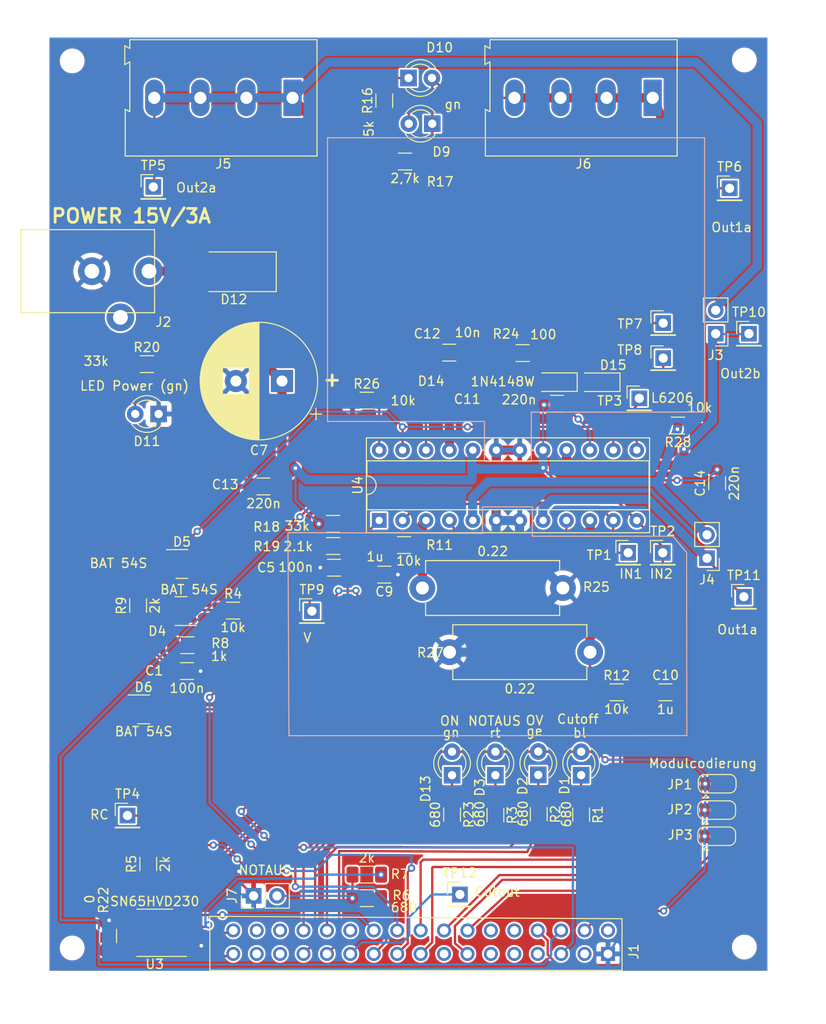
<source format=kicad_pcb>
(kicad_pcb (version 20211014) (generator pcbnew)
  (layers (0 "F.Cu" signal) (31 "B.Cu" signal) (34 "B.Paste" user) (35 "F.Paste" user) (36 "B.SilkS" user "B.Silkscreen") (37 "F.SilkS" user "F.Silkscreen") (38 "B.Mask" user) (39 "F.Mask" user) (44 "Edge.Cuts" user))
  (net 0 "")
  (net 1 "GND")
  (net 2 "PA0")
  (net 3 "+3V3")
  (net 4 "Net-(D1-Pad1)")
  (net 5 "Net-(D2-Pad1)")
  (net 6 "Net-(D3-Pad1)")
  (net 7 "PC2")
  (net 8 "EN")
  (net 9 "PC3")
  (net 10 "V")
  (net 11 "Net-(D10-Pad1)")
  (net 14 "PD1")
  (net 15 "PC5")
  (net 18 "PD2")
  (net 19 "PD0")
  (net 20 "IN2")
  (net 21 "IN1")
  (net 27 "PA1")
  (net 28 "Net-(J7-Pad2)")
  (net 31 "Net-(J1-Pad24)")
  (net 33 "Net-(D11-Pad2)")
  (net 34 "Net-(D12-Pad2)")
  (net 35 "OUT1a")
  (net 36 "OUT2a")
  (net 37 "OUT2b")
  (net 38 "OUT1b")
  (net 39 "Net-(R11-Pad1)")
  (net 40 "PA2")
  (net 41 "Net-(C1-Pad1)")
  (net 42 "Net-(D4-Pad3)")
  (net 46 "DCC_B")
  (net 47 "DCC_A")
  (net 48 "Net-(D13-Pad1)")
  (net 49 "PD3")
  (net 50 "Net-(C11-Pad2)")
  (net 51 "Net-(C12-Pad2)")
  (net 52 "Net-(C12-Pad1)")
  (net 53 "Net-(D14-Pad1)")
  (net 54 "PB2")
  (net 55 "PB1")
  (net 56 "PB0")
  (net 58 "Net-(R12-Pad1)")
  (net 59 "Net-(R26-Pad2)")
  (net 60 "Net-(R28-Pad2)")
  (net 62 "Net-(J1-Pad21)")
  (net 63 "Net-(R22-Pad1)")
  (footprint "Connector_PinHeader_2.54mm:PinHeader_1x01_P2.54mm_Vertical" (layer "F.Cu") (at 122.21 93.25)
    (fp_text reference "TP3")
    (fp_text value "TestPoint")
  )
  (footprint "Resistor_SMD:R_1206_3216Metric_Pad1.30x1.75mm_HandSolder" (layer "F.Cu") (at 64.6 151.5 90)
    (fp_text reference "R22")
    (fp_text value "0")
  )
  (footprint "TerminalBlock:TerminalBlock_Altech_AK300-4_P5.00mm" (layer "F.Cu") (at 123.66 60.7 180)
    (fp_text reference "J6")
    (fp_text value "Screw_Terminal_01x04" hide)
  )
  (footprint "Connector_PinHeader_2.54mm:PinHeader_1x01_P2.54mm_Vertical" (layer "F.Cu") (at 102.75 147)
    (fp_text reference "TP12")
    (fp_text value "TP")
  )
  (footprint "Resistor_SMD:R_1206_3216Metric_Pad1.30x1.75mm_HandSolder" (layer "F.Cu") (at 101.9 138.35 -90)
    (fp_text reference "R23")
    (fp_text value "680")
  )
  (footprint "Connector_PinHeader_2.54mm:PinHeader_1x01_P2.54mm_Vertical" (layer "F.Cu") (at 124.8 85.1)
    (fp_text reference "TP7")
    (fp_text value "TestPoint" hide)
  )
  (footprint "Diode_SMD:D_SOD-123F" (layer "F.Cu") (at 117.9125 91.51 180)
    (fp_text reference "D15")
    (fp_text value "1N4148W" hide)
  )
  (footprint "Connector_PinHeader_2.54mm:PinHeader_1x01_P2.54mm_Vertical" (layer "F.Cu") (at 66.7 138.45)
    (fp_text reference "TP4")
    (fp_text value "TestPoint")
  )
  (footprint "sboxnet:sboxnet-stecker-2x17" (layer "F.Cu") (at 121.35 150.9 -90)
    (fp_text reference "J1")
    (fp_text value "sboxnet-stecker_02x17" hide)
  )
  (footprint "Resistor_SMD:R_1206_3216Metric_Pad1.30x1.75mm_HandSolder" (layer "F.Cu") (at 68.95 143.7 90)
    (fp_text reference "R5")
    (fp_text value "2k")
  )
  (footprint "Connector_PinHeader_2.54mm:PinHeader_1x01_P2.54mm_Vertical" (layer "F.Cu") (at 134.1 86.25)
    (fp_text reference "TP10")
    (fp_text value "TestPoint" hide)
  )
  (footprint "MountingHole:MountingHole_2.2mm_M2" (layer "F.Cu") (at 60.7 56.7)
    (fp_text reference "REF**" hide)
    (fp_text value "MountingHole_2.2mm_M2" hide)
  )
  (footprint "LED_THT:LED_D3.0mm" (layer "F.Cu") (at 97.175 58.55)
    (fp_text reference "D10")
    (fp_text value "LED")
  )
  (footprint "Resistor_SMD:R_1206_3216Metric_Pad1.30x1.75mm_HandSolder" (layer "F.Cu") (at 119.75 125.1)
    (fp_text reference "R12")
    (fp_text value "10k")
  )
  (footprint "Resistor_SMD:R_1206_3216Metric_Pad1.30x1.75mm_HandSolder" (layer "F.Cu") (at 96.7 109.15 180)
    (fp_text reference "R11")
    (fp_text value "10k")
  )
  (footprint "Resistor_SMD:R_1206_3216Metric_Pad1.30x1.75mm_HandSolder" (layer "F.Cu") (at 68.8 89.55)
    (fp_text reference "R20")
    (fp_text value "33k")
  )
  (footprint "Capacitor_SMD:C_1206_3216Metric" (layer "F.Cu") (at 101.6 88.3)
    (fp_text reference "C12")
    (fp_text value "10n")
  )
  (footprint "Capacitor_SMD:C_1206_3216Metric" (layer "F.Cu") (at 130.65 102.45 90)
    (fp_text reference "C14")
    (fp_text value "220n")
  )
  (footprint "Resistor_SMD:R_1206_3216Metric_Pad1.30x1.75mm_HandSolder" (layer "F.Cu") (at 73.2 120)
    (fp_text reference "R8")
    (fp_text value "1k")
  )
  (footprint "Connector_PinHeader_2.54mm:PinHeader_1x01_P2.54mm_Vertical" (layer "F.Cu") (at 69.5 70.35)
    (fp_text reference "TP5")
    (fp_text value "TestPoint")
  )
  (footprint "Resistor_SMD:R_1206_3216Metric_Pad1.30x1.75mm_HandSolder" (layer "F.Cu") (at 89 109.25)
    (fp_text reference "R19")
    (fp_text value "2.1k")
  )
  (footprint "Capacitor_SMD:C_1206_3216Metric" (layer "F.Cu") (at 94.55 112.35 180)
    (fp_text reference "C9")
    (fp_text value "1u")
  )
  (footprint "Resistor_SMD:R_1206_3216Metric_Pad1.30x1.75mm_HandSolder" (layer "F.Cu") (at 115.9 138.35 -90)
    (fp_text reference "R1")
    (fp_text value "680")
  )
  (footprint "Package_DIP:DIP-24_W7.62mm_Socket" (layer "F.Cu") (at 93.995 106.48 90)
    (fp_text reference "U4")
    (fp_text value "l6206")
  )
  (footprint "Package_TO_SOT_SMD:SOT-23" (layer "F.Cu") (at 68.45 126.95)
    (fp_text reference "D6")
    (fp_text value "BAT 54S")
  )
  (footprint "Capacitor_SMD:C_1206_3216Metric" (layer "F.Cu") (at 125.05 125.1)
    (fp_text reference "C10")
    (fp_text value "1u")
  )
  (footprint "Capacitor_SMD:C_1206_3216Metric" (layer "F.Cu") (at 73.15 122.8)
    (fp_text reference "C1")
    (fp_text value "100n")
  )
  (footprint "Jumper:SolderJumper-3_P1.3mm_Open_RoundedPad1.0x1.5mm" (layer "F.Cu") (at 130.6 137.8575)
    (fp_text reference "JP2")
    (fp_text value "SolderJumper_3_Open" hide)
  )
  (footprint "Resistor_THT:R_Axial_DIN0614_L14.3mm_D5.7mm_P15.24mm_Horizontal" (layer "F.Cu") (at 113.92 113.8 180)
    (fp_text reference "R25")
    (fp_text value "0.22")
  )
  (footprint "Resistor_SMD:R_1206_3216Metric_Pad1.30x1.75mm_HandSolder" (layer "F.Cu") (at 92.65 147.4)
    (fp_text reference "R6")
    (fp_text value "680")
  )
  (footprint "LED_THT:LED_D3.0mm" (layer "F.Cu") (at 70.075 94.95 180)
    (fp_text reference "D11")
    (fp_text value "LED Power (gn)")
  )
  (footprint "Diode_SMD:D_SMB_Handsoldering" (layer "F.Cu") (at 78.23 79.54 180)
    (fp_text reference "D12")
    (fp_text value "SK510/310")
  )
  (footprint "Jumper:SolderJumper-3_P1.3mm_Open_RoundedPad1.0x1.5mm" (layer "F.Cu") (at 130.6 140.6925)
    (fp_text reference "JP3")
    (fp_text value "SolderJumper_3_Open" hide)
  )
  (footprint "Package_TO_SOT_SMD:SOT-23" (layer "F.Cu") (at 72.5 116.3 180)
    (fp_text reference "D4")
    (fp_text value "BAT 54S")
  )
  (footprint "sboxnet:CLIFF-FCR681465P" (layer "F.Cu") (at 69.03 79.48 180)
    (fp_text reference "J2")
    (fp_text value "cliff_FCR681465P_audiobuchse" hide)
  )
  (footprint "Connector_PinHeader_2.54mm:PinHeader_1x01_P2.54mm_Vertical" (layer "F.Cu") (at 132 70.5)
    (fp_text reference "TP6")
    (fp_text value "TestPoint")
  )
  (footprint "Resistor_THT:R_Axial_DIN0614_L14.3mm_D5.7mm_P15.24mm_Horizontal" (layer "F.Cu") (at 101.63 120.75)
    (fp_text reference "R27")
    (fp_text value "0.22")
  )
  (footprint "LED_THT:LED_D3.0mm" (layer "F.Cu") (at 115.9 134.075 90)
    (fp_text reference "D1")
    (fp_text value "LED" hide)
  )
  (footprint "Connector_PinHeader_2.54mm:PinHeader_1x01_P2.54mm_Vertical" (layer "F.Cu") (at 124.8 88.9)
    (fp_text reference "TP8")
    (fp_text value "TestPoint" hide)
  )
  (footprint "Resistor_SMD:R_1206_3216Metric_Pad1.30x1.75mm_HandSolder" (layer "F.Cu") (at 92.65 93.5)
    (fp_text reference "R26")
    (fp_text value "10k")
  )
  (footprint "Resistor_SMD:R_1206_3216Metric_Pad1.30x1.75mm_HandSolder" (layer "F.Cu") (at 96.8 67.6)
    (fp_text reference "R17")
    (fp_text value "2,7k")
  )
  (footprint "Connector_PinHeader_2.54mm:PinHeader_1x01_P2.54mm_Vertical" (layer "F.Cu") (at 124.75 109.982)
    (fp_text reference "TP2")
    (fp_text value "TestPoint" hide)
  )
  (footprint "Diode_SMD:D_SOD-123F" (layer "F.Cu") (at 113.27 91.5 180)
    (fp_text reference "D14")
    (fp_text value "1N4148W")
  )
  (footprint "Resistor_SMD:R_1206_3216Metric_Pad1.30x1.75mm_HandSolder" (layer "F.Cu") (at 109.55 88.35)
    (fp_text reference "R24")
    (fp_text value "100")
  )
  (footprint "Resistor_SMD:R_1206_3216Metric_Pad1.30x1.75mm_HandSolder" (layer "F.Cu") (at 111.3 138.3 -90)
    (fp_text reference "R2")
    (fp_text value "680")
  )
  (footprint "LED_THT:LED_D3.0mm" (layer "F.Cu") (at 101.9 134.075 90)
    (fp_text reference "D13")
    (fp_text value "LED" hide)
  )
  (footprint "Resistor_SMD:R_1206_3216Metric_Pad1.30x1.75mm_HandSolder" (layer "F.Cu") (at 126.4 96.2 180)
    (fp_text reference "R28")
    (fp_text value "10k")
  )
  (footprint "Resistor_SMD:R_1206_3216Metric_Pad1.30x1.75mm_HandSolder" (layer "F.Cu") (at 67.85 115.7 90)
    (fp_text reference "R9")
    (fp_text value "2k")
  )
  (footprint "Resistor_SMD:R_1206_3216Metric_Pad1.30x1.75mm_HandSolder" (layer "F.Cu") (at 106.6 138.4 -90)
    (fp_text reference "R3")
    (fp_text value "680")
  )
  (footprint "Package_TO_SOT_SMD:SOT-23" (layer "F.Cu") (at 72.6 111.2)
    (fp_text reference "D5")
    (fp_text value "BAT 54S")
  )
  (footprint "Capacitor_SMD:C_1206_3216Metric" (layer "F.Cu") (at 89.1 111.6)
    (fp_text reference "C5")
    (fp_text value "100n")
  )
  (footprint "Connector_PinHeader_2.54mm:PinHeader_1x01_P2.54mm_Vertical" (layer "F.Cu") (at 121 109.982)
    (fp_text reference "TP1")
    (fp_text value "TestPoint" hide)
  )
  (footprint "TerminalBlock:TerminalBlock_Altech_AK300-4_P5.00mm" (layer "F.Cu") (at 84.6 60.7 180)
    (fp_text reference "J5")
    (fp_text value "Screw_Terminal_01x04" hide)
  )
  (footprint "MountingHole:MountingHole_2.2mm_M2" (layer "F.Cu") (at 133.6 56.6)
    (fp_text reference "REF**" hide)
    (fp_text value "MountingHole_2.2mm_M2" hide)
  )
  (footprint "Jumper:SolderJumper-3_P1.3mm_Open_RoundedPad1.0x1.5mm" (layer "F.Cu") (at 130.65 135.0075)
    (fp_text reference "JP1")
    (fp_text value "SolderJumper_3_Open" hide)
  )
  (footprint "Resistor_SMD:R_1206_3216Metric_Pad1.30x1.75mm_HandSolder" (layer "F.Cu") (at 78.15 116.25)
    (fp_text reference "R4")
    (fp_text value "10k")
  )
  (footprint "Connector_PinHeader_2.54mm:PinHeader_1x02_P2.54mm_Vertical" (layer "F.Cu") (at 130.49 86.25 180)
    (fp_text reference "J3")
    (fp_text value "Conn_01x02_Male" hide)
  )
  (footprint "MountingHole:MountingHole_2.2mm_M2" (layer "F.Cu") (at 60.7 152.8)
    (fp_text reference "REF**" hide)
    (fp_text value "MountingHole_2.2mm_M2" hide)
  )
  (footprint "Capacitor_THT:CP_Radial_D12.5mm_P5.00mm" (layer "F.Cu") (at 83.453959 91.38 180)
    (fp_text reference "C7")
    (fp_text value "2700u/25v")
  )
  (footprint "Resistor_SMD:R_1206_3216Metric_Pad1.30x1.75mm_HandSolder" (layer "F.Cu") (at 94.55 61 90)
    (fp_text reference "R16")
    (fp_text value "5k")
  )
  (footprint "Connector_PinHeader_2.54mm:PinHeader_1x01_P2.54mm_Vertical" (layer "F.Cu") (at 86.7 116.3)
    (fp_text reference "TP9")
    (fp_text value "TestPoint" hide)
  )
  (footprint "Connector_PinHeader_2.54mm:PinHeader_1x01_P2.54mm_Vertical" (layer "F.Cu") (at 133.55 114.75)
    (fp_text reference "TP11")
    (fp_text value "TestPoint")
  )
  (footprint "LED_THT:LED_D3.0mm" (layer "F.Cu") (at 99.75 63.5 180)
    (fp_text reference "D9")
    (fp_text value "LED")
  )
  (footprint "Capacitor_SMD:C_1206_3216Metric" (layer "F.Cu") (at 81.45 102.8)
    (fp_text reference "C13")
    (fp_text value "220n")
  )
  (footprint "MountingHole:MountingHole_2.2mm_M2" (layer "F.Cu") (at 133.6 152.7)
    (fp_text reference "REF**" hide)
    (fp_text value "MountingHole_2.2mm_M2" hide)
  )
  (footprint "Connector_PinHeader_2.54mm:PinHeader_1x02_P2.54mm_Vertical" (layer "F.Cu") (at 129.55 110.575 180)
    (fp_text reference "J4")
    (fp_text value "Conn_01x02_Male" hide)
  )
  (footprint "Package_SO:SOIC-8_3.9x4.9mm_P1.27mm" (layer "F.Cu") (at 69.65 151.15 180)
    (fp_text reference "U3")
    (fp_text value "SN65HVD230")
  )
  (footprint "LED_THT:LED_D3.0mm" (layer "F.Cu") (at 111.25 134.05 90)
    (fp_text reference "D2")
    (fp_text value "LED" hide)
  )
  (footprint "Resistor_SMD:R_1206_3216Metric_Pad1.30x1.75mm_HandSolder" (layer "F.Cu") (at 89 106.85 180)
    (fp_text reference "R18")
    (fp_text value "33k")
  )
  (footprint "Resistor_SMD:R_1206_3216Metric_Pad1.30x1.75mm_HandSolder" (layer "F.Cu") (at 92.65 144.85 180)
    (fp_text reference "R7")
    (fp_text value "2k")
  )
  (footprint "LED_THT:LED_D3.0mm" (layer "F.Cu") (at 106.6 134.075 90)
    (fp_text reference "D3")
    (fp_text value "LED" hide)
  )
  (footprint "Capacitor_SMD:C_1206_3216Metric" (layer "F.Cu") (at 113.28 93.84)
    (fp_text reference "C11")
    (fp_text value "220n")
  )
  (footprint "Connector_PinHeader_2.54mm:PinHeader_1x02_P2.54mm_Vertical" (layer "F.Cu") (at 80.375 147.15 90)
    (fp_text reference "J7")
    (fp_text value "Conn_01x02_Male" hide)
  )
  (gr_line (start 110.49 94.742) (end 129.286 94.742) (layer "B.SilkS") (width 0.12))
  (gr_line (start 129.286 94.742) (end 129.286 65.024) (layer "B.SilkS") (width 0.12))
  (gr_line (start 110.6 108.19) (end 125.84 108.19) (layer "B.SilkS") (width 0.12))
  (gr_line (start 110.49 100.076) (end 110.49 94.742) (layer "B.SilkS") (width 0.12))
  (gr_line (start 110.62 105.01) (end 110.6 108.19) (layer "B.SilkS") (width 0.12))
  (gr_line (start 84.21 129.8) (end 84.1 107.8) (layer "B.SilkS") (width 0.12))
  (gr_line (start 105.21 105.01) (end 110.62 105.01) (layer "B.SilkS") (width 0.12))
  (gr_line (start 105.41 100.076) (end 110.49 100.076) (layer "B.SilkS") (width 0.12))
  (gr_line (start 125.84 108.19) (end 127.34 109.97) (layer "B.SilkS") (width 0.12))
  (gr_line (start 129.286 65.024) (end 88.392 65.024) (layer "B.SilkS") (width 0.12))
  (gr_line (start 127.34 109.97) (end 127.36 129.79) (layer "B.SilkS") (width 0.12))
  (gr_line (start 105.2 107.88) (end 105.21 105.01) (layer "B.SilkS") (width 0.12))
  (gr_line (start 127.36 129.79) (end 84.21 129.8) (layer "B.SilkS") (width 0.12))
  (gr_line (start 105.41 95.758) (end 105.41 100.076) (layer "B.SilkS") (width 0.12))
  (gr_line (start 88.392 65.024) (end 88.392 95.758) (layer "B.SilkS") (width 0.12))
  (gr_line (start 84.1 107.8) (end 105.2 107.88) (layer "B.SilkS") (width 0.12))
  (gr_line (start 88.392 95.758) (end 105.41 95.758) (layer "B.SilkS") (width 0.12))
  (gr_rect (start 58.224 54.1655) (end 136.11 155.2745) (layer "Edge.Cuts") (width 0.05) (fill none))
  (gr_text "sboxnet-booster V2\nThomas Maier\ntom@tom.ist-im-web.de\n20.08.2022" (at 63.2 104.8 90) (layer "F.Cu") (effects (font (size 1.5 1.5) (thickness 0.3))))
  (gr_text "gn" (at 102 61.4) (layer "F.SilkS") (effects (font (size 1 1))))
  (gr_text "IN2" (at 124.59 112.27) (layer "F.SilkS") (effects (font (size 1 1))))
  (gr_text "ge" (at 110.85 129.3) (layer "F.SilkS") (effects (font (size 1 1))))
  (gr_text "ON" (at 101.65 128.2) (layer "F.SilkS") (effects (font (size 1 1))))
  (gr_text "Out2a" (at 74.17 70.43) (layer "F.SilkS") (effects (font (size 1 1))))
  (gr_text "gn" (at 101.8 129.45) (layer "F.SilkS") (effects (font (size 1 1))))
  (gr_text "NOTAUS" (at 81.62 144.37) (layer "F.SilkS") (effects (font (size 1 1))))
  (gr_text "V" (at 86.21 119.2) (layer "F.SilkS") (effects (font (size 1 1))))
  (gr_text "Modulcodierung" (at 129.1 132.8) (layer "F.SilkS") (effects (font (size 1 1))))
  (gr_text "OV" (at 110.85 128.15) (layer "F.SilkS") (effects (font (size 1 1))))
  (gr_text "Out2b" (at 133.18 90.57) (layer "F.SilkS") (effects (font (size 1 1))))
  (gr_text "RC" (at 63.65 138.35) (layer "F.SilkS") (effects (font (size 1 1))))
  (gr_text "IN1" (at 121.29 112.27) (layer "F.SilkS") (effects (font (size 1 1))))
  (gr_text "Cutoff" (at 115.55 128) (layer "F.SilkS") (effects (font (size 1 1))))
  (gr_text "L6206" (at 125.79 93.21) (layer "F.SilkS") (effects (font (size 1 1))))
  (gr_text "Out1a" (at 132.22 74.73) (layer "F.SilkS") (effects (font (size 1 1))))
  (gr_text "+" (at 88.9 91.186) (layer "F.SilkS") (effects (font (size 1.5 1.5) (thickness 0.3))))
  (gr_text "Cutout" (at 106.79 146.73) (layer "F.SilkS") (effects (font (size 1 1))))
  (gr_text "bl" (at 115.75 129.5) (layer "F.SilkS") (effects (font (size 1 1))))
  (gr_text "NOTAUS" (at 106.5 128.2) (layer "F.SilkS") (effects (font (size 1 1))))
  (gr_text "rt" (at 106.55 129.5) (layer "F.SilkS") (effects (font (size 1 1))))
  (gr_text "Out1a" (at 132.86 118.31) (layer "F.SilkS") (effects (font (size 1 1))))
  (gr_text "POWER 15V/3A" (at 67.1 73.5) (layer "F.SilkS") (effects (font (size 1.5 1.5) (thickness 0.3))))
  (segment (start 106.675 102.875) (end 105.95 102.15) (width 1) (layer "F.Cu") (net 1))
  (segment (start 105.95 102.15) (end 106.695 101.405) (width 1) (layer "F.Cu") (net 1))
  (segment (start 78.8 145.575) (end 80.375 147.15) (width 0.25) (layer "F.Cu") (net 1))
  (segment (start 80.2 105.75) (end 79.975 105.525) (width 1) (layer "F.Cu") (net 1))
  (segment (start 72.125 151.785) (end 72.21 151.7) (width 0.25) (layer "F.Cu") (net 1))
  (segment (start 72.21 151.7) (end 74.5 151.7) (width 0.25) (layer "F.Cu") (net 1))
  (segment (start 74.7 151.9) (end 74.7 152.55) (width 0.25) (layer "F.Cu") (net 1))
  (segment (start 87.6125 111.5875) (end 87.625 111.6) (width 0.25) (layer "F.Cu") (net 1))
  (segment (start 106.675 106.5) (end 106.675 102.875) (width 1) (layer "F.Cu") (net 1))
  (segment (start 127.95 103.5) (end 127.7 103.75) (width 0.25) (layer "F.Cu") (net 1))
  (segment (start 131.9 147.6) (end 126.06 153.44) (width 0.25) (layer "F.Cu") (net 1))
  (segment (start 106.695 98.86) (end 109.235 98.86) (width 1) (layer "F.Cu") (net 1))
  (segment (start 87.1 102.15) (end 83.5 105.75) (width 1) (layer "F.Cu") (net 1))
  (segment (start 74.5 151.7) (end 74.7 151.9) (width 0.25) (layer "F.Cu") (net 1))
  (segment (start 131.95 129.825) (end 126.525 124.4) (width 0.25) (layer "F.Cu") (net 1))
  (segment (start 87.45 109.25) (end 87.45 111.425) (width 0.25) (layer "F.Cu") (net 1))
  (segment (start 87.45 109.25) (end 83.95 105.75) (width 0.25) (layer "F.Cu") (net 1))
  (segment (start 105.95 102.15) (end 90.6 102.15) (width 1) (layer "F.Cu") (net 1))
  (segment (start 128.375 103.925) (end 127.95 103.5) (width 0.25) (layer "F.Cu") (net 1))
  (segment (start 127.95 96.2) (end 127.95 103.5) (width 0.25) (layer "F.Cu") (net 1))
  (segment (start 83.5 105.75) (end 80.2 105.75) (width 1) (layer "F.Cu") (net 1))
  (segment (start 130.65 103.925) (end 128.375 103.925) (width 0.25) (layer "F.Cu") (net 1))
  (segment (start 87.45 111.425) (end 87.6125 111.5875) (width 0.25) (layer "F.Cu") (net 1))
  (segment (start 91.1 93.5) (end 91.1 101.65) (width 0.25) (layer "F.Cu") (net 1))
  (segment (start 106.695 101.405) (end 106.695 98.86) (width 1) (layer "F.Cu") (net 1))
  (segment (start 131.95 135.0075) (end 131.95 140.6425) (width 0.25) (layer "F.Cu") (net 1))
  (segment (start 90.6 102.15) (end 87.1 102.15) (width 1) (layer "F.Cu") (net 1))
  (segment (start 78.8 144.5) (end 78.8 145.575) (width 0.25) (layer "F.Cu") (net 1))
  (segment (start 79.975 105.525) (end 79.975 102.8) (width 1) (layer "F.Cu") (net 1))
  (segment (start 126.06 153.44) (end 118.81 153.44) (width 0.25) (layer "F.Cu") (net 1))
  (segment (start 127.7 103.75) (end 126.55 103.75) (width 0.25) (layer "F.Cu") (net 1))
  (segment (start 126.55 103.75) (end 109.1 103.75) (width 0.25) (layer "F.Cu") (net 1))
  (segment (start 131.95 135.0075) (end 131.95 129.825) (width 0.25) (layer "F.Cu") (net 1))
  (segment (start 131.95 140.6425) (end 131.9 140.6925) (width 0.25) (layer "F.Cu") (net 1))
  (segment (start 131.9 140.6925) (end 131.9 147.6) (width 0.25) (layer "F.Cu") (net 1))
  (segment (start 91.1 101.65) (end 90.6 102.15) (width 0.25) (layer "F.Cu") (net 1))
  (segment (start 83.95 105.75) (end 83.5 105.75) (width 0.25) (layer "F.Cu") (net 1))
  (segment (start 79.7 117.725) (end 74.625 122.8) (width 0.25) (layer "F.Cu") (net 1))
  (segment (start 79.7 116.25) (end 79.7 117.725) (width 0.25) (layer "F.Cu") (net 1))
  (segment (start 109.1 103.75) (end 109.215 106.5) (width 0.25) (layer "F.Cu") (net 1))
  (via (at 96.025 112.35) (size 0.8) (drill 0.4) (layers "F.Cu" "B.Cu") (net 1))
  (via (at 87.6125 111.5875) (size 0.8) (drill 0.4) (layers "F.Cu" "B.Cu") (net 1))
  (via (at 74.625 122.8) (size 0.8) (drill 0.4) (layers "F.Cu" "B.Cu") (net 1))
  (via (at 64.7 149.8) (size 0.8) (drill 0.4) (layers "F.Cu" "B.Cu") (net 1))
  (via (at 78.8 144.5) (size 0.8) (drill 0.4) (layers "F.Cu" "B.Cu") (net 1))
  (via (at 74.7 152.55) (size 0.8) (drill 0.4) (layers "F.Cu" "B.Cu") (net 1))
  (segment (start 74.7 148.6) (end 78.8 144.5) (width 0.25) (layer "B.Cu") (net 1))
  (segment (start 74.625 122.8) (end 77.9 122.8) (width 0.25) (layer "B.Cu") (net 1))
  (segment (start 106.675 106.5) (end 106.675 115.705) (width 1) (layer "B.Cu") (net 1))
  (segment (start 74.7 152.55) (end 74.7 148.6) (width 0.25) (layer "B.Cu") (net 1))
  (segment (start 101.63 120.75) (end 106.97 120.75) (width 1) (layer "B.Cu") (net 1))
  (segment (start 123.7 146.15) (end 118.81 153.44) (width 0.25) (layer "B.Cu") (net 1))
  (segment (start 88.312754 134.987246) (end 92.325508 139) (width 0.25) (layer "B.Cu") (net 1))
  (segment (start 82.45 118.25) (end 87.6125 113.0875) (width 0.25) (layer "B.Cu") (net 1))
  (segment (start 77.9 122.8) (end 77.962754 122.737246) (width 0.25) (layer "B.Cu") (net 1))
  (segment (start 77.962754 122.737246) (end 82.45 118.25) (width 0.25) (layer "B.Cu") (net 1))
  (segment (start 66.05 152.55) (end 74.7 152.55) (width 0.25) (layer "B.Cu") (net 1))
  (segment (start 109.215 109.095) (end 113.92 113.8) (width 1) (layer "B.Cu") (net 1))
  (segment (start 77.962754 122.737246) (end 77.962754 123.037246) (width 0.25) (layer "B.Cu") (net 1))
  (segment (start 87.6125 113.0875) (end 87.6125 111.5875) (width 0.25) (layer "B.Cu") (net 1))
  (segment (start 109.215 106.5) (end 109.215 109.095) (width 1) (layer "B.Cu") (net 1))
  (segment (start 106.675 106.5) (end 109.215 106.5) (width 1) (layer "B.Cu") (net 1))
  (segment (start 78.8 144.5) (end 88.312754 134.987246) (width 0.25) (layer "B.Cu") (net 1))
  (segment (start 92.325508 139) (end 123.7 139) (width 0.25) (layer "B.Cu") (net 1))
  (segment (start 77.962754 124.637246) (end 88.312754 134.987246) (width 0.25) (layer "B.Cu") (net 1))
  (segment (start 77.962754 123.037246) (end 77.962754 124.637246) (width 0.25) (layer "B.Cu") (net 1))
  (segment (start 64.7 149.8) (end 66.05 152.55) (width 0.25) (layer "B.Cu") (net 1))
  (segment (start 96.025 112.35) (end 90.125 118.25) (width 0.25) (layer "B.Cu") (net 1))
  (segment (start 106.675 115.705) (end 101.63 120.75) (width 1) (layer "B.Cu") (net 1))
  (segment (start 90.125 118.25) (end 82.45 118.25) (width 0.25) (layer "B.Cu") (net 1))
  (segment (start 106.97 120.75) (end 113.92 113.8) (width 1) (layer "B.Cu") (net 1))
  (segment (start 123.7 139) (end 123.7 146.15) (width 0.25) (layer "B.Cu") (net 1))
  (segment (start 86.75 104.75) (end 85.4 106.1) (width 0.25) (layer "F.Cu") (net 2))
  (segment (start 95.3 104.75) (end 86.75 104.75) (width 0.25) (layer "F.Cu") (net 2))
  (segment (start 95.05 109.6) (end 95.3 109.35) (width 0.25) (layer "F.Cu") (net 2))
  (segment (start 95.05 110.375) (end 95.05 109.6) (width 0.25) (layer "F.Cu") (net 2))
  (segment (start 95.3 109.35) (end 95.3 104.75) (width 0.25) (layer "F.Cu") (net 2))
  (segment (start 93.075 112.35) (end 95.05 110.375) (width 0.25) (layer "F.Cu") (net 2))
  (via (at 85.4 106.1) (size 0.8) (drill 0.4) (layers "F.Cu" "B.Cu") (net 2))
  (segment (start 112.643 153.557) (end 112.643 151.987) (width 0.25) (layer "B.Cu") (net 2))
  (segment (start 63.6 154.6) (end 98.5 154.6) (width 0.25) (layer "B.Cu") (net 2))
  (segment (start 59.5 149.8) (end 63.3 149.8) (width 0.25) (layer "B.Cu") (net 2))
  (segment (start 63.3 149.8) (end 63.6 150.1) (width 0.25) (layer "B.Cu") (net 2))
  (segment (start 59.45 132.05) (end 59.45 149.75) (width 0.25) (layer "B.Cu") (net 2))
  (segment (start 59.45 149.75) (end 59.5 149.8) (width 0.25) (layer "B.Cu") (net 2))
  (segment (start 111.9 154.55) (end 112.643 153.557) (width 0.25) (layer "B.Cu") (net 2))
  (segment (start 112.643 151.987) (end 113.73 150.9) (width 0.25) (layer "B.Cu") (net 2))
  (segment (start 85.4 106.1) (end 59.45 132.05) (width 0.25) (layer "B.Cu") (net 2))
  (segment (start 63.6 150.1) (end 63.6 154.6) (width 0.25) (layer "B.Cu") (net 2))
  (segment (start 98.5 154.6) (end 111.9 154.55) (width 0.25) (layer "B.Cu") (net 2))
  (segment (start 89.235 131.535) (end 101.9 131.535) (width 0.25) (layer "F.Cu") (net 3))
  (segment (start 70.415 150.515) (end 69.7 149.8) (width 0.25) (layer "F.Cu") (net 3))
  (segment (start 101.9 131.535) (end 115.9 131.535) (width 0.25) (layer "F.Cu") (net 3))
  (segment (start 116.27 150.9) (end 118.41 148.76) (width 0.25) (layer "F.Cu") (net 3))
  (segment (start 118.41 148.76) (end 118.44 148.79) (width 0.25) (layer "F.Cu") (net 3))
  (segment (start 69.827187 149.677187) (end 88.6 131.55) (width 0.25) (layer "F.Cu") (net 3))
  (segment (start 117.635 131.535) (end 118.5 132.4) (width 0.25) (layer "F.Cu") (net 3))
  (segment (start 118.44 148.79) (end 124.85 148.79) (width 0.25) (layer "F.Cu") (net 3))
  (segment (start 68.95 145.25) (end 68.95 148.8) (width 0.25) (layer "F.Cu") (net 3))
  (segment (start 88.6 131.55) (end 89.235 131.535) (width 0.25) (layer "F.Cu") (net 3))
  (segment (start 72.125 150.515) (end 75.285 150.515) (width 0.25) (layer "F.Cu") (net 3))
  (segment (start 75.285 150.515) (end 75.5 150.3) (width 0.25) (layer "F.Cu") (net 3))
  (segment (start 72.125 150.515) (end 70.415 150.515) (width 0.25) (layer "F.Cu") (net 3))
  (segment (start 115.9 131.535) (end 117.635 131.535) (width 0.25) (layer "F.Cu") (net 3))
  (segment (start 68.95 148.8) (end 69.827187 149.677187) (width 0.25) (layer "F.Cu") (net 3))
  (segment (start 69.7 149.8) (end 69.827187 149.677187) (width 0.25) (layer "F.Cu") (net 3))
  (via (at 94.2 144.85) (size 0.8) (drill 0.4) (layers "F.Cu" "B.Cu") (net 3))
  (via (at 118.5 132.4) (size 0.8) (drill 0.4) (layers "F.Cu" "B.Cu") (net 3))
  (via (at 124.85 148.79) (size 0.8) (drill 0.4) (layers "F.Cu" "B.Cu") (net 3))
  (via (at 129.35 135.0075) (size 0.8) (drill 0.4) (layers "F.Cu" "B.Cu") (net 3))
  (via (at 75.5 150.3) (size 0.8) (drill 0.4) (layers "F.Cu" "B.Cu") (net 3))
  (via (at 129.3 140.6925) (size 0.8) (drill 0.4) (layers "F.Cu" "B.Cu") (net 3))
  (via (at 129.3 137.8575) (size 0.8) (drill 0.4) (layers "F.Cu" "B.Cu") (net 3))
  (segment (start 129.3 137.8575) (end 129.3 140.6925) (width 0.25) (layer "B.Cu") (net 3))
  (segment (start 118.5 132.4) (end 127.6 132.4) (width 0.25) (layer "B.Cu") (net 3))
  (segment (start 127.6 132.4) (end 129.35 134.15) (width 0.25) (layer "B.Cu") (net 3))
  (segment (start 94.2 144.85) (end 87.336396 144.85) (width 0.25) (layer "B.Cu") (net 3))
  (segment (start 75.3 150.5) (end 75.5 150.3) (width 0.25) (layer "B.Cu") (net 3))
  (segment (start 75.15 150.5) (end 75.3 150.5) (width 0.25) (layer "B.Cu") (net 3))
  (segment (start 129.35 137.8075) (end 129.3 137.8575) (width 0.25) (layer "B.Cu") (net 3))
  (segment (start 124.85 148.79) (end 129.3 144.34) (width 0.25) (layer "B.Cu") (net 3))
  (segment (start 129.35 135.0075) (end 129.35 137.8075) (width 0.25) (layer "B.Cu") (net 3))
  (segment (start 129.35 134.15) (end 129.35 135.0075) (width 0.25) (layer "B.Cu") (net 3))
  (segment (start 86.9 145.286396) (end 78.65 145.286396) (width 0.25) (layer "B.Cu") (net 3))
  (segment (start 75.15 148.786396) (end 75.15 150.5) (width 0.25) (layer "B.Cu") (net 3))
  (segment (start 129.3 144.34) (end 129.3 140.6925) (width 0.25) (layer "B.Cu") (net 3))
  (segment (start 78.65 145.286396) (end 75.15 148.786396) (width 0.25) (layer "B.Cu") (net 3))
  (segment (start 87.336396 144.85) (end 86.9 145.286396) (width 0.25) (layer "B.Cu") (net 3))
  (segment (start 115.9 134.075) (end 115.9 136.8) (width 0.25) (layer "F.Cu") (net 4))
  (segment (start 111.25 134.05) (end 111.25 136.7) (width 0.25) (layer "F.Cu") (net 5))
  (segment (start 111.25 136.7) (end 111.3 136.75) (width 0.25) (layer "F.Cu") (net 5))
  (segment (start 106.6 134.075) (end 106.6 136.85) (width 0.25) (layer "F.Cu") (net 6))
  (segment (start 80.675 120.575) (end 75.6 125.65) (width 0.25) (layer "F.Cu") (net 7))
  (segment (start 80.675 115.386827) (end 80.675 120.575) (width 0.25) (layer "F.Cu") (net 7))
  (segment (start 76.5375 116.1875) (end 76.6 116.25) (width 0.25) (layer "F.Cu") (net 7))
  (segment (start 80.1 141.55) (end 81.8 143.25) (width 0.25) (layer "F.Cu") (net 7))
  (segment (start 84.9 143.9) (end 84.9 146.15) (width 0.25) (layer "F.Cu") (net 7))
  (segment (start 78.6 114.25) (end 79.538173 114.25) (width 0.25) (layer "F.Cu") (net 7))
  (segment (start 84.25 143.25) (end 84.9 143.9) (width 0.25) (layer "F.Cu") (net 7))
  (segment (start 79.538173 114.25) (end 80.675 115.386827) (width 0.25) (layer "F.Cu") (net 7))
  (segment (start 73.5375 111.2) (end 74.5 112.1625) (width 0.25) (layer "F.Cu") (net 7))
  (segment (start 81.8 143.25) (end 84.25 143.25) (width 0.25) (layer "F.Cu") (net 7))
  (segment (start 76.6 116.25) (end 78.6 114.25) (width 0.25) (layer "F.Cu") (net 7))
  (segment (start 74.5 116.1875) (end 73.4375 117.25) (width 0.25) (layer "F.Cu") (net 7))
  (segment (start 74.5 116.1875) (end 76.5375 116.1875) (width 0.25) (layer "F.Cu") (net 7))
  (segment (start 74.5 112.1625) (end 74.5 116.1875) (width 0.25) (layer "F.Cu") (net 7))
  (via (at 84.9 146.15) (size 0.8) (drill 0.4) (layers "F.Cu" "B.Cu") (net 7))
  (via (at 80.1 141.55) (size 0.8) (drill 0.4) (layers "F.Cu" "B.Cu") (net 7))
  (via (at 75.6 125.65) (size 0.8) (drill 0.4) (layers "F.Cu" "B.Cu") (net 7))
  (segment (start 93.3 146.15) (end 95.95 148.8) (width 0.25) (layer "B.Cu") (net 7))
  (segment (start 84.9 146.15) (end 93.3 146.15) (width 0.25) (layer "B.Cu") (net 7))
  (segment (start 75.6 137.05) (end 80.1 141.55) (width 0.25) (layer "B.Cu") (net 7))
  (segment (start 95.95 148.8) (end 95.95 150.9) (width 0.25) (layer "B.Cu") (net 7))
  (segment (start 75.6 125.65) (end 75.6 137.05) (width 0.25) (layer "B.Cu") (net 7))
  (segment (start 67.85 114.0625) (end 71.6625 110.25) (width 0.25) (layer "F.Cu") (net 8))
  (segment (start 119.395 96.585) (end 122.21 93.77) (width 0.25) (layer "F.Cu") (net 8))
  (segment (start 71.6625 110.25) (end 74.25625 107.65625) (width 0.25) (layer "F.Cu") (net 8))
  (segment (start 118.77 96.34) (end 119.395 96.965) (width 0.25) (layer "F.Cu") (net 8))
  (segment (start 122.21 93.77) (end 122.21 93.25) (width 0.25) (layer "F.Cu") (net 8))
  (segment (start 119.395 96.965) (end 119.395 96.585) (width 0.25) (layer "F.Cu") (net 8))
  (segment (start 96.535 96.36) (end 96.535 98.86) (width 0.25) (layer "F.Cu") (net 8))
  (segment (start 103.58 96.34) (end 118.77 96.34) (width 0.25) (layer "F.Cu") (net 8))
  (segment (start 96.515 96.34) (end 96.535 96.36) (width 0.25) (layer "F.Cu") (net 8))
  (segment (start 119.395 96.965) (end 119.395 98.86) (width 0.25) (layer "F.Cu") (net 8))
  (segment (start 67.85 114.15) (end 67.85 114.0625) (width 0.25) (layer "F.Cu") (net 8))
  (via (at 74.25625 107.65625) (size 0.8) (drill 0.4) (layers "F.Cu" "B.Cu") (net 8))
  (via (at 103.58 96.34) (size 0.8) (drill 0.4) (layers "F.Cu" "B.Cu") (net 8))
  (via (at 96.515 96.34) (size 0.8) (drill 0.4) (layers "F.Cu" "B.Cu") (net 8))
  (segment (start 87.2125 94.7) (end 94.875 94.7) (width 0.25) (layer "B.Cu") (net 8))
  (segment (start 96.515 96.34) (end 103.58 96.34) (width 0.25) (layer "B.Cu") (net 8))
  (segment (start 74.25625 107.65625) (end 87.2125 94.7) (width 0.25) (layer "B.Cu") (net 8))
  (segment (start 94.875 94.7) (end 96.515 96.34) (width 0.25) (layer "B.Cu") (net 8))
  (segment (start 68.95 142.15) (end 70.8 142.15) (width 0.25) (layer "F.Cu") (net 9))
  (segment (start 101.5 115.95) (end 103.455189 113.994811) (width 0.25) (layer "F.Cu") (net 9))
  (segment (start 97.5 144.15) (end 97.089633 144.560367) (width 0.25) (layer "F.Cu") (net 9))
  (segment (start 71.3 141.65) (end 76 141.65) (width 0.25) (layer "F.Cu") (net 9))
  (segment (start 69.3875 126.95) (end 69.4 126.9625) (width 0.25) (layer "F.Cu") (net 9))
  (segment (start 97.089633 152.300367) (end 95.95 153.44) (width 0.25) (layer "F.Cu") (net 9))
  (segment (start 103.455189 109.544811) (end 103.55 109.7) (width 0.25) (layer "F.Cu") (net 9))
  (segment (start 69.55 139.9) (end 71.3 141.65) (width 0.25) (layer "F.Cu") (net 9))
  (segment (start 69.4 126.9625) (end 69.4 139.75) (width 0.25) (layer "F.Cu") (net 9))
  (segment (start 70.8 142.15) (end 71.3 141.65) (width 0.25) (layer "F.Cu") (net 9))
  (segment (start 83.05 126.95) (end 89.6 114.1) (width 0.25) (layer "F.Cu") (net 9))
  (segment (start 101.595 106.5) (end 103.455189 109.544811) (width 0.25) (layer "F.Cu") (net 9))
  (segment (start 114.295 107.655) (end 114.295 106.5) (width 0.25) (layer "F.Cu") (net 9))
  (segment (start 97.089633 144.560367) (end 97.089633 152.300367) (width 0.25) (layer "F.Cu") (net 9))
  (segment (start 69.3875 126.95) (end 83.05 126.95) (width 0.25) (layer "F.Cu") (net 9))
  (segment (start 103.455189 113.994811) (end 103.455189 109.544811) (width 0.25) (layer "F.Cu") (net 9))
  (segment (start 103.55 109.7) (end 113.15 109.65) (width 0.25) (layer "F.Cu") (net 9))
  (segment (start 66.7 138.45) (end 68.1 138.45) (width 0.25) (layer "F.Cu") (net 9))
  (segment (start 91.475 114.075) (end 92.15 116.3) (width 0.25) (layer "F.Cu") (net 9))
  (segment (start 78.6 143.15) (end 79.9 144.45) (width 0.25) (layer "F.Cu") (net 9))
  (segment (start 101.15 116.3) (end 101.5 115.95) (width 0.25) (layer "F.Cu") (net 9))
  (segment (start 69.4 139.75) (end 69.55 139.9) (width 0.25) (layer "F.Cu") (net 9))
  (segment (start 113.15 109.65) (end 114.295 107.655) (width 0.25) (layer "F.Cu") (net 9))
  (segment (start 92.15 116.3) (end 101.15 116.3) (width 0.25) (layer "F.Cu") (net 9))
  (segment (start 79.9 144.45) (end 83.95 144.45) (width 0.25) (layer "F.Cu") (net 9))
  (segment (start 68.1 138.45) (end 69.55 139.9) (width 0.25) (layer "F.Cu") (net 9))
  (via (at 78.6 143.15) (size 0.8) (drill 0.4) (layers "F.Cu" "B.Cu") (net 9))
  (via (at 97.5 144.15) (size 0.8) (drill 0.4) (layers "F.Cu" "B.Cu") (net 9))
  (via (at 76 141.65) (size 0.8) (drill 0.4) (layers "F.Cu" "B.Cu") (net 9))
  (via (at 83.95 144.45) (size 0.8) (drill 0.4) (layers "F.Cu" "B.Cu") (net 9))
  (via (at 89.6 114.1) (size 0.8) (drill 0.4) (layers "F.Cu" "B.Cu") (net 9))
  (via (at 91.475 114.075) (size 0.8) (drill 0.4) (layers "F.Cu" "B.Cu") (net 9))
  (segment (start 97.3 142.75) (end 97.5 142.95) (width 0.25) (layer "B.Cu") (net 9))
  (segment (start 89.6 114.1) (end 91.45 114.1) (width 0.25) (layer "B.Cu") (net 9))
  (segment (start 76 141.65) (end 77.1 141.65) (width 0.25) (layer "B.Cu") (net 9))
  (segment (start 88.85 142.7) (end 97.3 142.75) (width 0.25) (layer "B.Cu") (net 9))
  (segment (start 83.95 144.45) (end 87.1 144.45) (width 0.25) (layer "B.Cu") (net 9))
  (segment (start 97.5 142.95) (end 97.5 144.15) (width 0.25) (layer "B.Cu") (net 9))
  (segment (start 77.1 141.65) (end 78.6 143.15) (width 0.25) (layer "B.Cu") (net 9))
  (segment (start 87.1 144.45) (end 88.85 142.7) (width 0.25) (layer "B.Cu") (net 9))
  (segment (start 83.453959 99.353959) (end 84.9125 100.8125) (width 1) (layer "F.Cu") (net 10))
  (segment (start 80.236041 89.55) (end 80.93 88.856041) (width 0.25) (layer "F.Cu") (net 10))
  (segment (start 111.775 100.785) (end 111.775 100.835) (width 0.25) (layer "F.Cu") (net 10))
  (segment (start 84.9125 100.8125) (end 82.925 102.8) (width 1) (layer "F.Cu") (net 10))
  (segment (start 111.85 91.75) (end 111.85 93.925) (width 0.25) (layer "F.Cu") (net 10))
  (segment (start 113.07 102.13) (end 126.3 102.13) (width 0.25) (layer "F.Cu") (net 10))
  (segment (start 70.35 89.55) (end 80.236041 89.55) (width 0.25) (layer "F.Cu") (net 10))
  (segment (start 111.775 100.835) (end 113.07 102.13) (width 0.25) (layer "F.Cu") (net 10))
  (segment (start 80.93 88.856041) (end 83.453959 91.38) (width 1) (layer "F.Cu") (net 10))
  (segment (start 83.453959 91.38) (end 83.453959 99.353959) (width 1) (layer "F.Cu") (net 10))
  (segment (start 111.85 93.925) (end 111.875 93.95) (width 0.25) (layer "F.Cu") (net 10))
  (segment (start 80.93 79.54) (end 80.93 88.856041) (width 1) (layer "F.Cu") (net 10))
  (via (at 84.9125 100.8125) (size 0.8) (drill 0.4) (layers "F.Cu" "B.Cu") (net 10))
  (via (at 111.775 100.785) (size 0.8) (drill 0.4) (layers "F.Cu" "B.Cu") (net 10))
  (via (at 126.3 102.13) (size 0.8) (drill 0.4) (layers "F.Cu" "B.Cu") (net 10))
  (via (at 87.45 106.85) (size 0.8) (drill 0.4) (layers "F.Cu" "B.Cu") (net 10))
  (via (at 111.875 93.95) (size 0.8) (drill 0.4) (layers "F.Cu" "B.Cu") (net 10))
  (via (at 130.65 100.975) (size 0.8) (drill 0.4) (layers "F.Cu" "B.Cu") (net 10))
  (segment (start 86.11 102.07) (end 104.06 102.09) (width 1) (layer "B.Cu") (net 10))
  (segment (start 111.656277 100.903723) (end 111.775 100.785) (width 1) (layer "B.Cu") (net 10))
  (segment (start 84.9125 100.8725) (end 86.11 102.07) (width 1) (layer "B.Cu") (net 10))
  (segment (start 126.3 102.13) (end 129.495 102.13) (width 0.25) (layer "B.Cu") (net 10))
  (segment (start 84.9125 104.3125) (end 87.45 106.85) (width 0.25) (layer "B.Cu") (net 10))
  (segment (start 84.9125 100.8125) (end 84.9125 104.3125) (width 0.25) (layer "B.Cu") (net 10))
  (segment (start 104.053723 100.903723) (end 104.05 100.2) (width 1) (layer "B.Cu") (net 10))
  (segment (start 111.875 93.95) (end 111.775 94.05) (width 0.25) (layer "B.Cu") (net 10))
  (segment (start 111.775 94.05) (end 111.775 98.86) (width 0.25) (layer "B.Cu") (net 10))
  (segment (start 104.05 100.2) (end 104.05 99.1) (width 1) (layer "B.Cu") (net 10))
  (segment (start 129.495 102.13) (end 130.65 100.975) (width 0.25) (layer "B.Cu") (net 10))
  (segment (start 84.9125 100.8125) (end 84.9125 100.8725) (width 1) (layer "B.Cu") (net 10))
  (segment (start 104.053723 100.903723) (end 111.656277 100.903723) (width 1) (layer "B.Cu") (net 10))
  (segment (start 111.775 100.785) (end 111.775 98.86) (width 1) (layer "B.Cu") (net 10))
  (segment (start 104.06 102.09) (end 104.053723 100.903723) (width 1) (layer "B.Cu") (net 10))
  (segment (start 95.45 58.55) (end 97.175 58.55) (width 0.25) (layer "F.Cu") (net 11))
  (segment (start 94.55 59.45) (end 95.45 58.55) (width 0.25) (layer "F.Cu") (net 11))
  (segment (start 94.55 59.45) (end 97.21 62.11) (width 0.25) (layer "F.Cu") (net 11))
  (segment (start 97.21 62.11) (end 97.21 63.5) (width 0.25) (layer "F.Cu") (net 11))
  (segment (start 92.15 142.3) (end 89.65 142.3) (width 0.25) (layer "F.Cu") (net 14))
  (segment (start 89.65 152.12) (end 88.33 153.44) (width 0.25) (layer "F.Cu") (net 14))
  (segment (start 110.05 142.4) (end 92.15 142.3) (width 0.25) (layer "F.Cu") (net 14))
  (segment (start 89.65 142.3) (end 89.65 152.12) (width 0.25) (layer "F.Cu") (net 14))
  (segment (start 111.3 139.85) (end 110.05 142.4) (width 0.25) (layer "F.Cu") (net 14))
  (segment (start 94.75 152.1) (end 93.41 153.44) (width 0.25) (layer "F.Cu") (net 15))
  (segment (start 94.2 147.4) (end 94.75 147.95) (width 0.25) (layer "F.Cu") (net 15))
  (segment (start 94.75 147.95) (end 94.75 152.1) (width 0.25) (layer "F.Cu") (net 15))
  (segment (start 105.5 138.85) (end 90.05 138.85) (width 0.25) (layer "F.Cu") (net 18))
  (segment (start 90.05 138.85) (end 85.79 143.11) (width 0.25) (layer "F.Cu") (net 18))
  (segment (start 106.6 139.95) (end 105.5 138.85) (width 0.25) (layer "F.Cu") (net 18))
  (segment (start 85.79 143.11) (end 85.79 150.9) (width 0.25) (layer "F.Cu") (net 18))
  (segment (start 109.60555 140.44445) (end 108.15 141.9) (width 0.25) (layer "F.Cu") (net 19))
  (segment (start 101.101261 141.9) (end 96.401264 141.873743) (width 0.25) (layer "F.Cu") (net 19))
  (segment (start 115.9 139.9) (end 114.875 138.875) (width 0.25) (layer "F.Cu") (net 19))
  (segment (start 89.45 141.85) (end 88.33 142.97) (width 0.25) (layer "F.Cu") (net 19))
  (segment (start 114.875 138.875) (end 109.60555 138.875) (width 0.25) (layer "F.Cu") (net 19))
  (segment (start 96.377521 141.85) (end 89.45 141.85) (width 0.25) (layer "F.Cu") (net 19))
  (segment (start 108.15 141.9) (end 101.101261 141.9) (width 0.25) (layer "F.Cu") (net 19))
  (segment (start 109.60555 138.875) (end 109.60555 140.44445) (width 0.25) (layer "F.Cu") (net 19))
  (segment (start 88.33 142.97) (end 88.33 150.9) (width 0.25) (layer "F.Cu") (net 19))
  (segment (start 96.401264 141.873743) (end 96.377521 141.85) (width 0.25) (layer "F.Cu") (net 19))
  (segment (start 111.45 104.55) (end 119.965 104.55) (width 0.25) (layer "F.Cu") (net 20))
  (segment (start 124.75 118.4) (end 120.132831 123.017169) (width 0.25) (layer "F.Cu") (net 20))
  (segment (start 124.75 109.5) (end 124.75 118.4) (width 0.25) (layer "F.Cu") (net 20))
  (segment (start 120.120662 144.025) (end 99.825 144.025) (width 0.25) (layer "F.Cu") (net 20))
  (segment (start 120.132831 123.017169) (end 120.132831 144.012831) (width 0.25) (layer "F.Cu") (net 20))
  (segment (start 110.3 108.6) (end 110.45 108.45) (width 0.25) (layer "F.Cu") (net 20))
  (segment (start 105.65 108.6) (end 110.3 108.6) (width 0.25) (layer "F.Cu") (net 20))
  (segment (start 99.75 144.1) (end 99.75 152.18) (width 0.25) (layer "F.Cu") (net 20))
  (segment (start 99.75 152.18) (end 98.49 153.44) (width 0.25) (layer "F.Cu") (net 20))
  (segment (start 121.915 106.5) (end 124.75 109.335) (width 0.25) (layer "F.Cu") (net 20))
  (segment (start 120.132831 144.012831) (end 120.120662 144.025) (width 0.25) (layer "F.Cu") (net 20))
  (segment (start 104.95 104.7) (end 105.4 105.15) (width 0.25) (layer "F.Cu") (net 20))
  (segment (start 105.4 108.35) (end 105.65 108.6) (width 0.25) (layer "F.Cu") (net 20))
  (segment (start 96.515 106.5) (end 98.315 104.7) (width 0.25) (layer "F.Cu") (net 20))
  (segment (start 105.4 105.15) (end 105.4 108.35) (width 0.25) (layer "F.Cu") (net 20))
  (segment (start 98.315 104.7) (end 104.95 104.7) (width 0.25) (layer "F.Cu") (net 20))
  (segment (start 99.825 144.025) (end 99.75 144.1) (width 0.25) (layer "F.Cu") (net 20))
  (segment (start 124.75 109.335) (end 124.75 109.5) (width 0.25) (layer "F.Cu") (net 20))
  (segment (start 110.45 108.45) (end 110.45 105.55) (width 0.25) (layer "F.Cu") (net 20))
  (segment (start 119.965 104.55) (end 121.915 106.5) (width 0.25) (layer "F.Cu") (net 20))
  (segment (start 110.45 105.55) (end 111.45 104.55) (width 0.25) (layer "F.Cu") (net 20))
  (segment (start 119.38 109.982) (end 119.375 109.977) (width 0.25) (layer "F.Cu") (net 21))
  (segment (start 102.95 106.264009) (end 102.95 106.905991) (width 0.25) (layer "F.Cu") (net 21))
  (segment (start 102.87 105.156) (end 102.95 106.264009) (width 0.25) (layer "F.Cu") (net 21))
  (segment (start 113.15 105) (end 117.875 105) (width 0.25) (layer "F.Cu") (net 21))
  (segment (start 100.5 115.85) (end 100.47 115.42) (width 0.25) (layer "F.Cu") (net 21))
  (segment (start 98.775 143.225) (end 119.375 143.225) (width 0.25) (layer "F.Cu") (net 21))
  (segment (start 112.2 109.1) (end 113.15 106.75) (width 0.25) (layer "F.Cu") (net 21))
  (segment (start 121 109.982) (end 119.38 109.982) (width 0.25) (layer "F.Cu") (net 21))
  (segment (start 91.8 108.675) (end 91.8 112.95) (width 0.25) (layer "F.Cu") (net 21))
  (segment (start 100.47 115.42) (end 100.33 105.156) (width 0.25) (layer "F.Cu") (net 21))
  (segment (start 102.95 106.905991) (end 104 109.2) (width 0.25) (layer "F.Cu") (net 21))
  (segment (start 104 109.2) (end 112.2 109.1) (width 0.25) (layer "F.Cu") (net 21))
  (segment (start 93.975 106.5) (end 91.8 108.675) (width 0.25) (layer "F.Cu") (net 21))
  (segment (start 113.15 106.75) (end 113.15 105) (width 0.25) (layer "F.Cu") (net 21))
  (segment (start 94.7 115.85) (end 100.5 115.85) (width 0.25) (layer "F.Cu") (net 21))
  (segment (start 119.375 109.977) (end 119.375 106.5) (width 0.25) (layer "F.Cu") (net 21))
  (segment (start 119.375 143.225) (end 119.375 109.977) (width 0.25) (layer "F.Cu") (net 21))
  (segment (start 117.875 105) (end 119.375 106.5) (width 0.25) (layer "F.Cu") (net 21))
  (segment (start 98.49 143.51) (end 98.775 143.225) (width 0.25) (layer "F.Cu") (net 21))
  (segment (start 100.33 105.156) (end 102.87 105.156) (width 0.25) (layer "F.Cu") (net 21))
  (segment (start 91.8 112.95) (end 94.7 115.85) (width 0.25) (layer "F.Cu") (net 21))
  (segment (start 98.49 150.9) (end 98.49 143.51) (width 0.25) (layer "F.Cu") (net 21))
  (segment (start 90.575 111.6) (end 90.575 126.475) (width 0.25) (layer "F.Cu") (net 27))
  (segment (start 81.5 140.6) (end 82.8 141.9) (width 0.25) (layer "F.Cu") (net 27))
  (segment (start 89.95 111.6) (end 90.575 111.6) (width 0.25) (layer "F.Cu") (net 27))
  (segment (start 90.55 106.85) (end 90.55 109.25) (width 0.25) (layer "F.Cu") (net 27))
  (segment (start 90.575 126.475) (end 79.05 138) (width 0.25) (layer "F.Cu") (net 27))
  (segment (start 86.45 115.1) (end 89.95 111.6) (width 0.25) (layer "F.Cu") (net 27))
  (segment (start 82.8 141.9) (end 85.8 141.9) (width 0.25) (layer "F.Cu") (net 27))
  (segment (start 86.45 116.2) (end 86.45 115.1) (width 0.25) (layer "F.Cu") (net 27))
  (segment (start 90.55 109.25) (end 90.55 111.575) (width 0.25) (layer "F.Cu") (net 27))
  (segment (start 90.55 111.575) (end 90.575 111.6) (width 0.25) (layer "F.Cu") (net 27))
  (via (at 85.8 141.9) (size 0.8) (drill 0.4) (layers "F.Cu" "B.Cu") (net 27))
  (via (at 81.5 140.6) (size 0.8) (drill 0.4) (layers "F.Cu" "B.Cu") (net 27))
  (via (at 79.05 138) (size 0.8) (drill 0.4) (layers "F.Cu" "B.Cu") (net 27))
  (segment (start 113.73 153.44) (end 115 152.17) (width 0.25) (layer "B.Cu") (net 27))
  (segment (start 79.05 138) (end 79.05 138.15) (width 0.25) (layer "B.Cu") (net 27))
  (segment (start 115 141.9) (end 85.8 141.9) (width 0.25) (layer "B.Cu") (net 27))
  (segment (start 79.05 138.15) (end 81.5 140.6) (width 0.25) (layer "B.Cu") (net 27))
  (segment (start 115 152.17) (end 115 141.9) (width 0.25) (layer "B.Cu") (net 27))
  (segment (start 91.1 147.4) (end 91.1 144.85) (width 0.25) (layer "F.Cu") (net 28))
  (via (at 91.1 147.4) (size 0.8) (drill 0.4) (layers "F.Cu" "B.Cu") (net 28))
  (segment (start 82.915 147.15) (end 90.85 147.15) (width 0.25) (layer "B.Cu") (net 28))
  (segment (start 90.85 147.15) (end 91.1 147.4) (width 0.25) (layer "B.Cu") (net 28))
  (segment (start 92.11 152.2) (end 96.5 152.2) (width 0.25) (layer "B.Cu") (net 31))
  (segment (start 97.25 149.45) (end 99.7 147) (width 0.25) (layer "B.Cu") (net 31))
  (segment (start 96.5 152.2) (end 97.25 151.45) (width 0.25) (layer "B.Cu") (net 31))
  (segment (start 90.87 153.44) (end 92.11 152.2) (width 0.25) (layer "B.Cu") (net 31))
  (segment (start 97.25 151.45) (end 97.25 149.45) (width 0.25) (layer "B.Cu") (net 31))
  (segment (start 99.7 147) (end 102.75 147) (width 0.25) (layer "B.Cu") (net 31))
  (segment (start 67.535 89.835) (end 67.535 94.95) (width 0.25) (layer "F.Cu") (net 33))
  (segment (start 67.25 89.55) (end 67.535 89.835) (width 0.25) (layer "F.Cu") (net 33))
  (segment (start 75.47 79.48) (end 75.53 79.54) (width 1) (layer "F.Cu") (net 34))
  (segment (start 69.03 79.48) (end 75.47 79.48) (width 1) (layer "F.Cu") (net 34))
  (segment (start 108.76 60.7) (end 113.76 60.7) (width 1) (layer "F.Cu") (net 35))
  (segment (start 108.76 60.7) (end 101.865 60.7) (width 0.25) (layer "F.Cu") (net 35))
  (segment (start 127.5 70.5) (end 127.21 70.79) (width 0.25) (layer "F.Cu") (net 35))
  (segment (start 101.5825 60.4175) (end 101.715 60.55) (width 0.25) (layer "F.Cu") (net 35))
  (segment (start 101.865 60.7) (end 101.5825 60.4175) (width 0.25) (layer "F.Cu") (net 35))
  (segment (start 99.75 58.585) (end 99.715 58.55) (width 0.25) (layer "F.Cu") (net 35))
  (segment (start 126.5 94.35) (end 127.25 92.35) (width 1) (layer "F.Cu") (net 35))
  (segment (start 127.21 69.71) (end 123.76 60.7) (width 1) (layer "F.Cu") (net 35))
  (segment (start 127.25 92.35) (end 127.21 90.46) (width 1) (layer "F.Cu") (net 35))
  (segment (start 99.75 66.2) (end 99.75 63.5) (width 0.25) (layer "F.Cu") (net 35))
  (segment (start 132 70.5) (end 127.5 70.5) (width 0.25) (layer "F.Cu") (net 35))
  (segment (start 101.715 60.55) (end 101.75 60.55) (width 0.25) (layer "F.Cu") (net 35))
  (segment (start 127.21 90.46) (end 127.21 70.79) (width 1) (layer "F.Cu") (net 35))
  (segment (start 99.75 63.5) (end 99.75 58.585) (width 0.25) (layer "F.Cu") (net 35))
  (segment (start 127.21 70.79) (end 127.21 69.71) (width 1) (layer "F.Cu") (net 35))
  (segment (start 113.76 60.7) (end 118.76 60.7) (width 1) (layer "F.Cu") (net 35))
  (segment (start 99.715 58.55) (end 101.5825 60.4175) (width 0.25) (layer "F.Cu") (net 35))
  (segment (start 118.76 60.7) (end 123.76 60.7) (width 1) (layer "F.Cu") (net 35))
  (segment (start 126.35 96.6) (end 126.5 94.35) (width 1) (layer "F.Cu") (net 35))
  (segment (start 98.35 67.6) (end 99.75 66.2) (width 0.25) (layer "F.Cu") (net 35))
  (via (at 126.35 96.6) (size 0.8) (drill 0.4) (layers "F.Cu" "B.Cu") (net 35))
  (segment (start 105.8 102.3) (end 104.135 103.965) (width 1) (layer "B.Cu") (net 35))
  (segment (start 104.135 103.965) (end 104.135 106.5) (width 1) (layer "B.Cu") (net 35))
  (segment (start 124.35 102.835) (end 129.55 108.035) (width 1) (layer "B.Cu") (net 35))
  (segment (start 124.35 102.3) (end 105.8 102.3) (width 1) (layer "B.Cu") (net 35))
  (segment (start 126.35 96.6) (end 124.35 102.3) (width 1) (layer "B.Cu") (net 35))
  (segment (start 124.35 102.3) (end 124.35 102.835) (width 1) (layer "B.Cu") (net 35))
  (segment (start 93.109208 70.090792) (end 95.7 72.95) (width 1) (layer "F.Cu") (net 36))
  (segment (start 95.25 67.6) (end 95.25 67.95) (width 0.25) (layer "F.Cu") (net 36))
  (segment (start 95.25 67.6) (end 94.55 66.9) (width 0.25) (layer "F.Cu") (net 36))
  (segment (start 95.25 67.95) (end 93.109208 70.090792) (width 0.25) (layer "F.Cu") (net 36))
  (segment (start 69.6 70.25) (end 69.5 70.35) (width 0.25) (layer "F.Cu") (net 36))
  (segment (start 94.55 66.9) (end 94.55 62.55) (width 0.25) (layer "F.Cu") (net 36))
  (segment (start 69.6 60.7) (end 69.6 70.25) (width 0.25) (layer "F.Cu") (net 36))
  (segment (start 93.109208 70.090792) (end 84.6 60.7) (width 1) (layer "F.Cu") (net 36))
  (segment (start 101.595 78.845) (end 101.595 96.34) (width 1) (layer "F.Cu") (net 36))
  (segment (start 101.595 96.34) (end 101.615 96.36) (width 1) (layer "F.Cu") (net 36))
  (segment (start 101.615 96.36) (end 101.615 98.86) (width 1) (layer "F.Cu") (net 36))
  (segment (start 95.7 72.95) (end 101.595 78.845) (width 1) (layer "F.Cu") (net 36))
  (segment (start 84.6 60.7) (end 88.45 56.85) (width 1) (layer "B.Cu") (net 36))
  (segment (start 88.45 56.85) (end 128.38 56.85) (width 1) (layer "B.Cu") (net 36))
  (segment (start 128.38 56.85) (end 135 63.47) (width 1) (layer "B.Cu") (net 36))
  (segment (start 135 78.91) (end 130.15 83.76) (width 1) (layer "B.Cu") (net 36))
  (segment (start 69.6 60.7) (end 84.6 60.7) (width 1) (layer "B.Cu") (net 36))
  (segment (start 135 63.47) (end 135 78.91) (width 1) (layer "B.Cu") (net 36))
  (segment (start 114.315 98.86) (end 114.315 100.495) (width 1) (layer "F.Cu") (net 37))
  (segment (start 114.315 100.495) (end 126.035 100.495) (width 1) (layer "F.Cu") (net 37))
  (segment (start 126.035 100.495) (end 127.05 99.48) (width 1) (layer "F.Cu") (net 37))
  (segment (start 127.05 99.48) (end 127.05 98.75) (width 1) (layer "F.Cu") (net 37))
  (via (at 127.05 98.75) (size 0.8) (drill 0.4) (layers "F.Cu" "B.Cu") (net 37))
  (segment (start 134.05 86.3) (end 134.1 86.25) (width 0.25) (layer "B.Cu") (net 37))
  (segment (start 130.15 95.65) (end 130.15 86.3) (width 1) (layer "B.Cu") (net 37))
  (segment (start 130.15 86.3) (end 134.05 86.3) (width 0.25) (layer "B.Cu") (net 37))
  (segment (start 127.05 98.75) (end 130.15 95.65) (width 1) (layer "B.Cu") (net 37))
  (segment (start 129.55 110.575) (end 129.55 110.75) (width 0.25) (layer "F.Cu") (net 38))
  (segment (start 129.55 110.75) (end 133.55 114.75) (width 0.25) (layer "F.Cu") (net 38))
  (segment (start 111.755 106.5) (end 111.755 105.145) (width 1) (layer "B.Cu") (net 38))
  (segment (start 112.7 104.2) (end 123.175 104.2) (width 1) (layer "B.Cu") (net 38))
  (segment (start 111.755 105.145) (end 112.7 104.2) (width 1) (layer "B.Cu") (net 38))
  (segment (start 123.175 104.2) (end 129.55 110.575) (width 1) (layer "B.Cu") (net 38))
  (segment (start 98.68 113.8) (end 98.68 106.875) (width 1) (layer "F.Cu") (net 39))
  (segment (start 98.68 106.875) (end 99.055 106.5) (width 0.25) (layer "F.Cu") (net 39))
  (segment (start 132.85 123.7) (end 124.975 123.7) (width 0.25) (layer "F.Cu") (net 40))
  (segment (start 124.975 123.7) (end 123.575 125.1) (width 0.25) (layer "F.Cu") (net 40))
  (segment (start 133.3 149.7) (end 133.35 149.6) (width 0.25) (layer "F.Cu") (net 40))
  (segment (start 121.3 125.1) (end 123.575 125.1) (width 0.25) (layer "F.Cu") (net 40))
  (segment (start 111.19 150.9) (end 112.277 151.987) (width 0.25) (layer "F.Cu") (net 40))
  (segment (start 133.35 124.2) (end 132.85 123.7) (width 0.25) (layer "F.Cu") (net 40))
  (segment (start 112.277 151.987) (end 112.277 153.527) (width 0.25) (layer "F.Cu") (net 40))
  (segment (start 130.95 150.65) (end 133.3 149.7) (width 0.25) (layer "F.Cu") (net 40))
  (segment (start 113.4 154.65) (end 130.95 154.65) (width 0.25) (layer "F.Cu") (net 40))
  (segment (start 133.35 149.6) (end 133.35 124.2) (width 0.25) (layer "F.Cu") (net 40))
  (segment (start 112.277 153.527) (end 113.4 154.65) (width 0.25) (layer "F.Cu") (net 40))
  (segment (start 130.95 154.65) (end 130.95 150.65) (width 0.25) (layer "F.Cu") (net 40))
  (segment (start 67.85 117.25) (end 67.85 118.975) (width 0.25) (layer "F.Cu") (net 41))
  (segment (start 73.05 121.7) (end 73.05 124.3) (width 0.25) (layer "F.Cu") (net 41))
  (segment (start 71.675 122.8) (end 71.95 122.8) (width 0.25) (layer "F.Cu") (net 41))
  (segment (start 73.05 124.3) (end 71.35 126) (width 0.25) (layer "F.Cu") (net 41))
  (segment (start 74.75 120) (end 73.15 121.6) (width 0.25) (layer "F.Cu") (net 41))
  (segment (start 71.95 122.8) (end 73.15 121.6) (width 0.25) (layer "F.Cu") (net 41))
  (segment (start 71.35 126) (end 67.5125 126) (width 0.25) (layer "F.Cu") (net 41))
  (segment (start 67.85 118.975) (end 71.675 122.8) (width 0.25) (layer "F.Cu") (net 41))
  (segment (start 73.15 121.6) (end 73.05 121.7) (width 0.25) (layer "F.Cu") (net 41))
  (segment (start 71.65 120) (end 71.65 116.05) (width 0.25) (layer "F.Cu") (net 42))
  (segment (start 77.93 153.68) (end 78.17 153.44) (width 0.25) (layer "F.Cu") (net 46))
  (segment (start 71.103249 153.68) (end 77.93 153.68) (width 0.25) (layer "F.Cu") (net 46))
  (segment (start 69.208249 151.785) (end 71.103249 153.68) (width 0.25) (layer "F.Cu") (net 46))
  (segment (start 67.175 151.785) (end 69.208249 151.785) (width 0.25) (layer "F.Cu") (net 46))
  (segment (start 67.82 151.16) (end 77.91 151.16) (width 0.25) (layer "F.Cu") (net 47))
  (segment (start 67.175 150.515) (end 67.82 151.16) (width 0.25) (layer "F.Cu") (net 47))
  (segment (start 77.91 151.16) (end 78.17 150.9) (width 0.25) (layer "F.Cu") (net 47))
  (segment (start 101.9 134.075) (end 101.9 136.8) (width 0.25) (layer "F.Cu") (net 48))
  (segment (start 101.9 139.9) (end 89.65 139.9) (width 0.25) (layer "F.Cu") (net 49))
  (segment (start 87.05 142.5) (end 87.05 152.18) (width 0.25) (layer "F.Cu") (net 49))
  (segment (start 87.05 152.18) (end 85.79 153.44) (width 0.25) (layer "F.Cu") (net 49))
  (segment (start 89.65 139.9) (end 87.05 142.5) (width 0.25) (layer "F.Cu") (net 49))
  (segment (start 123.808065 91.408065) (end 124.35 90.9) (width 0.25) (layer "F.Cu") (net 50))
  (segment (start 124.35 90.9) (end 124.8 90.45) (width 0.25) (layer "F.Cu") (net 50))
  (segment (start 114.825 93.95) (end 114.825 94.895) (width 0.25) (layer "F.Cu") (net 50))
  (segment (start 124.8 90.45) (end 124.8 88.9) (width 0.25) (layer "F.Cu") (net 50))
  (segment (start 114.961 94.895) (end 115.57 95.504) (width 0.25) (layer "F.Cu") (net 50))
  (segment (start 114.825 94.895) (end 114.961 94.895) (width 0.25) (layer "F.Cu") (net 50))
  (segment (start 114.825 93.95) (end 116.8725 93.95) (width 0.25) (layer "F.Cu") (net 50))
  (segment (start 119.3125 91.51) (end 123.70613 91.51) (width 0.25) (layer "F.Cu") (net 50))
  (segment (start 123.70613 91.51) (end 123.808065 91.408065) (width 0.25) (layer "F.Cu") (net 50))
  (segment (start 116.8725 93.95) (end 119.3125 91.51) (width 0.25) (layer "F.Cu") (net 50))
  (via (at 115.57 95.504) (size 0.8) (drill 0.4) (layers "F.Cu" "B.Cu") (net 50))
  (segment (start 116.855 96.789) (end 116.855 98.86) (width 0.25) (layer "B.Cu") (net 50))
  (segment (start 115.57 95.504) (end 116.855 96.789) (width 0.25) (layer "B.Cu") (net 50))
  (segment (start 103.075 88.3) (end 108.4 88.3) (width 0.25) (layer "F.Cu") (net 51))
  (segment (start 108.4 88.3) (end 108.35 88.35) (width 0.25) (layer "F.Cu") (net 51))
  (segment (start 108.35 88.35) (end 108 88.35) (width 0.25) (layer "F.Cu") (net 51))
  (segment (start 99.075 96.36) (end 99.075 98.86) (width 0.25) (layer "F.Cu") (net 52))
  (segment (start 99.055 96.34) (end 99.075 96.36) (width 0.25) (layer "F.Cu") (net 52))
  (segment (start 99.055 89.37) (end 99.055 96.34) (width 0.25) (layer "F.Cu") (net 52))
  (segment (start 100.125 88.3) (end 99.055 89.37) (width 0.25) (layer "F.Cu") (net 52))
  (segment (start 111.1 88.35) (end 114.1 88.35) (width 0.25) (layer "F.Cu") (net 53))
  (segment (start 117.35 85.1) (end 124.8 85.1) (width 0.25) (layer "F.Cu") (net 53))
  (segment (start 114.1 88.35) (end 116.5125 90.7625) (width 0.25) (layer "F.Cu") (net 53))
  (segment (start 116.5125 90.7625) (end 116.5125 91.51) (width 0.25) (layer "F.Cu") (net 53))
  (segment (start 114.67 91.5) (end 116.5025 91.5) (width 0.25) (layer "F.Cu") (net 53))
  (segment (start 114.1 88.35) (end 117.35 85.1) (width 0.25) (layer "F.Cu") (net 53))
  (segment (start 116.5025 91.5) (end 116.5125 91.51) (width 0.25) (layer "F.Cu") (net 53))
  (segment (start 125.95 139.75) (end 128.95 136.75) (width 0.25) (layer "F.Cu") (net 54))
  (segment (start 107.03 144.9) (end 125.3 144.9) (width 0.25) (layer "F.Cu") (net 54))
  (segment (start 125.95 144.25) (end 125.95 139.75) (width 0.25) (layer "F.Cu") (net 54))
  (segment (start 129.9075 136.75) (end 130.65 136.0075) (width 0.25) (layer "F.Cu") (net 54))
  (segment (start 130.65 136.0075) (end 130.65 135.0075) (width 0.25) (layer "F.Cu") (net 54))
  (segment (start 128.95 136.75) (end 129.9075 136.75) (width 0.25) (layer "F.Cu") (net 54))
  (segment (start 101.03 150.9) (end 107.03 144.9) (width 0.25) (layer "F.Cu") (net 54))
  (segment (start 125.3 144.9) (end 125.95 144.25) (width 0.25) (layer "F.Cu") (net 54))
  (segment (start 128.9325 139.6175) (end 129.84 139.6175) (width 0.25) (layer "F.Cu") (net 55))
  (segment (start 126.45 142.1) (end 128.9325 139.6175) (width 0.25) (layer "F.Cu") (net 55))
  (segment (start 104.986757 147.773243) (end 107.35 145.41) (width 0.25) (layer "F.Cu") (net 55))
  (segment (start 102.22 152.3) (end 103.57 153.44) (width 0.25) (layer "F.Cu") (net 55))
  (segment (start 102.21 150.41) (end 102.22 152.3) (width 0.25) (layer "F.Cu") (net 55))
  (segment (start 104.973243 147.773243) (end 102.21 150.41) (width 0.25) (layer "F.Cu") (net 55))
  (segment (start 130.6 138.8575) (end 130.6 137.8575) (width 0.25) (layer "F.Cu") (net 55))
  (segment (start 126.45 144.94) (end 126.45 142.1) (width 0.25) (layer "F.Cu") (net 55))
  (segment (start 125.98 145.41) (end 126.45 144.94) (width 0.25) (layer "F.Cu") (net 55))
  (segment (start 129.84 139.6175) (end 130.6 138.8575) (width 0.25) (layer "F.Cu") (net 55))
  (segment (start 104.973243 147.773243) (end 104.986757 147.773243) (width 0.25) (layer "F.Cu") (net 55))
  (segment (start 107.35 145.41) (end 125.98 145.41) (width 0.25) (layer "F.Cu") (net 55))
  (segment (start 130.6 142.00212) (end 130.6 140.6925) (width 0.25) (layer "F.Cu") (net 56))
  (segment (start 126.00212 146.6) (end 130.6 142.00212) (width 0.25) (layer "F.Cu") (net 56))
  (segment (start 103.57 150.9) (end 108.25 146.6) (width 0.25) (layer "F.Cu") (net 56))
  (segment (start 108.25 146.6) (end 126.00212 146.6) (width 0.25) (layer "F.Cu") (net 56))
  (segment (start 116.87 106.535) (end 116.835 106.5) (width 1) (layer "F.Cu") (net 58))
  (segment (start 116.87 120.75) (end 116.87 106.535) (width 1) (layer "F.Cu") (net 58))
  (segment (start 116.87 123.77) (end 118.2 125.1) (width 0.25) (layer "F.Cu") (net 58))
  (segment (start 116.87 120.75) (end 116.87 123.77) (width 0.25) (layer "F.Cu") (net 58))
  (segment (start 93.995 93.705) (end 93.995 98.86) (width 0.25) (layer "F.Cu") (net 59))
  (segment (start 94.2 93.5) (end 93.995 93.705) (width 0.25) (layer "F.Cu") (net 59))
  (segment (start 94.2 93.5) (end 93.975 93.725) (width 0.25) (layer "F.Cu") (net 59))
  (segment (start 122.19 96.2) (end 124.85 96.2) (width 0.25) (layer "F.Cu") (net 60))
  (segment (start 121.935 96.455) (end 122.19 96.2) (width 0.25) (layer "F.Cu") (net 60))
  (segment (start 121.935 98.86) (end 121.935 96.455) (width 0.25) (layer "F.Cu") (net 60))
  (segment (start 72.125 149.245) (end 77 149.2) (width 0.25) (layer "F.Cu") (net 62))
  (via (at 77 149.2) (size 0.8) (drill 0.4) (layers "F.Cu" "B.Cu") (net 62))
  (segment (start 77 149.2) (end 91.755 149.245) (width 0.25) (layer "B.Cu") (net 62))
  (segment (start 91.755 149.245) (end 93.41 150.9) (width 0.25) (layer "B.Cu") (net 62))
  (segment (start 67.175 153.055) (end 67.17 153.05) (width 0.25) (layer "F.Cu") (net 63))
  (segment (start 67.08 153.15) (end 67.175 153.055) (width 0.25) (layer "F.Cu") (net 63))
  (segment (start 67.17 153.05) (end 64.6 153.05) (width 0.25) (layer "F.Cu") (net 63))
  (zone (net 1) (net_name "GND") (layer "F.Cu") (connect_pads (clearance 0)) (min_thickness 0.254) (fill yes (thermal_gap 0.508) (thermal_bridge_width 0.508))
    (polygon (pts (xy 137.7 52.4) (xy 138.4 159.8) (xy 55.7 158.7) (xy 56 52)))
  )
  (zone (net 1) (net_name "GND") (layer "B.Cu") (connect_pads (clearance 0)) (min_thickness 0.254) (fill yes (thermal_gap 0.508) (thermal_bridge_width 0.508))
    (polygon (pts (xy 105.2 105) (xy 110.6 105) (xy 110.6 108.2) (xy 127.35 108.2) (xy 127.35 129.8) (xy 84.2 129.8) (xy 84.2 107.85) (xy 95.65 107.85) (xy 105.2 107.85)))
  )
  (zone (net 1) (net_name "GND") (layer "B.Cu") (connect_pads (clearance 0)) (min_thickness 0.254) (fill yes (thermal_gap 0.508) (thermal_bridge_width 0.508))
    (polygon (pts (xy 129.221839 65.088207) (xy 129.289991 94.740174) (xy 110.501106 94.698722) (xy 110.5 100) (xy 105.35 100) (xy 105.351439 95.671914) (xy 88.376629 95.711168) (xy 88.408144 64.986009)))
  )
  (zone (net 1) (net_name "GND") (layer "B.Cu") (connect_pads (clearance 0)) (min_thickness 0.254) (fill yes (thermal_gap 0.508) (thermal_bridge_width 0.508))
    (polygon (pts (xy 142.47 51.02) (xy 140.39 161.03) (xy 52.87 160.12) (xy 54.35 50.1)))
  )
)
</source>
